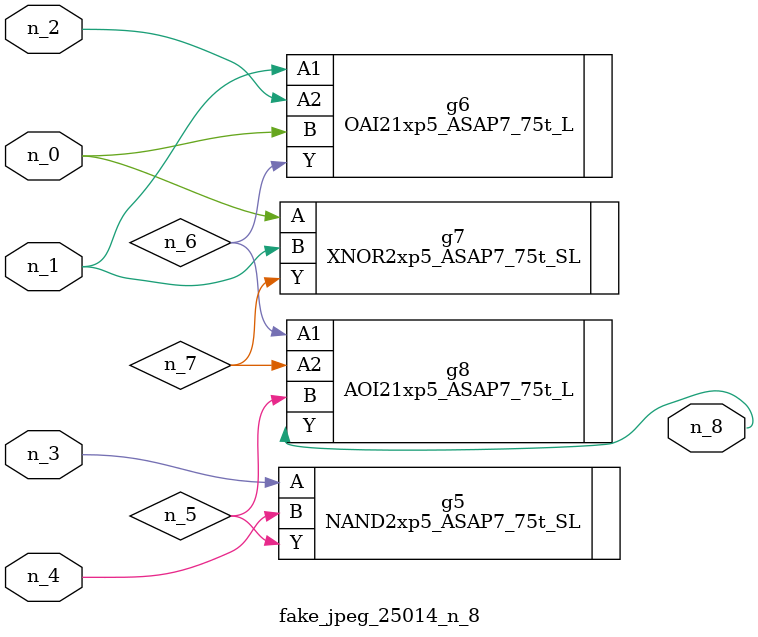
<source format=v>
module fake_jpeg_25014_n_8 (n_3, n_2, n_1, n_0, n_4, n_8);

input n_3;
input n_2;
input n_1;
input n_0;
input n_4;

output n_8;

wire n_6;
wire n_5;
wire n_7;

NAND2xp5_ASAP7_75t_SL g5 ( 
.A(n_3),
.B(n_4),
.Y(n_5)
);

OAI21xp5_ASAP7_75t_L g6 ( 
.A1(n_1),
.A2(n_2),
.B(n_0),
.Y(n_6)
);

XNOR2xp5_ASAP7_75t_SL g7 ( 
.A(n_0),
.B(n_1),
.Y(n_7)
);

AOI21xp5_ASAP7_75t_L g8 ( 
.A1(n_6),
.A2(n_7),
.B(n_5),
.Y(n_8)
);


endmodule
</source>
